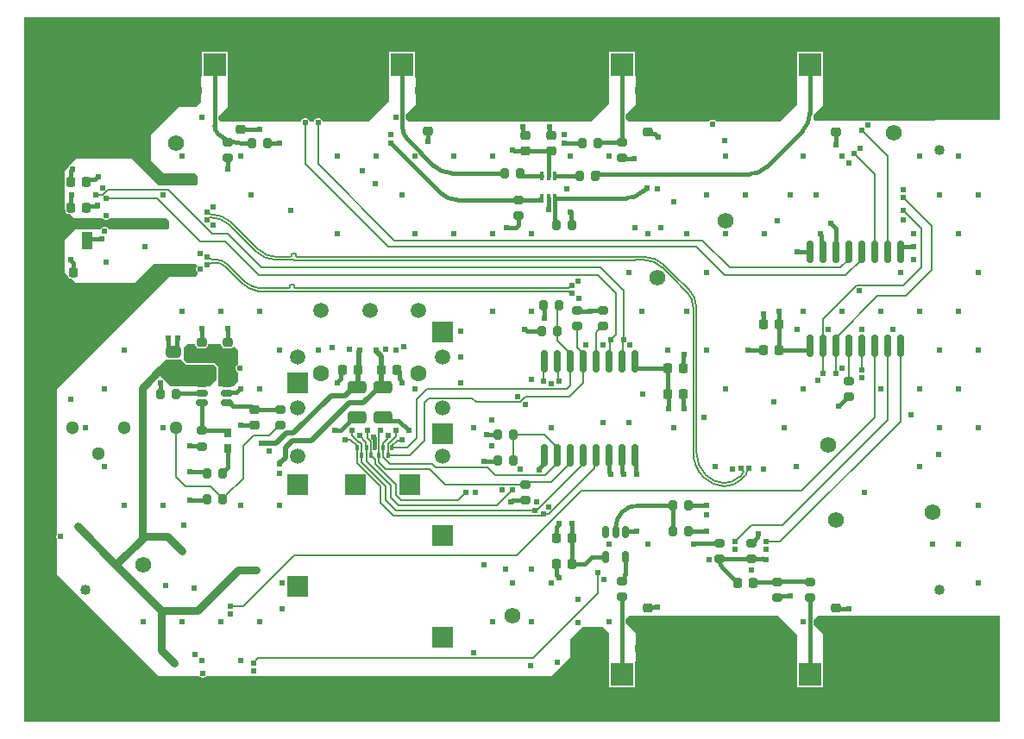
<source format=gbr>
G04*
G04 #@! TF.GenerationSoftware,Altium Limited,Altium Designer,24.8.2 (39)*
G04*
G04 Layer_Physical_Order=4*
G04 Layer_Color=16711680*
%FSLAX25Y25*%
%MOIN*%
G70*
G04*
G04 #@! TF.SameCoordinates,F580BFCB-8435-4B95-B66A-8E6D2DB6F108*
G04*
G04*
G04 #@! TF.FilePolarity,Positive*
G04*
G01*
G75*
%ADD13C,0.01500*%
%ADD17C,0.02000*%
G04:AMPARAMS|DCode=29|XSize=32.28mil|YSize=38.58mil|CornerRadius=8.23mil|HoleSize=0mil|Usage=FLASHONLY|Rotation=0.000|XOffset=0mil|YOffset=0mil|HoleType=Round|Shape=RoundedRectangle|*
%AMROUNDEDRECTD29*
21,1,0.03228,0.02212,0,0,0.0*
21,1,0.01582,0.03858,0,0,0.0*
1,1,0.01647,0.00791,-0.01106*
1,1,0.01647,-0.00791,-0.01106*
1,1,0.01647,-0.00791,0.01106*
1,1,0.01647,0.00791,0.01106*
%
%ADD29ROUNDEDRECTD29*%
G04:AMPARAMS|DCode=35|XSize=34.25mil|YSize=38.19mil|CornerRadius=8.73mil|HoleSize=0mil|Usage=FLASHONLY|Rotation=270.000|XOffset=0mil|YOffset=0mil|HoleType=Round|Shape=RoundedRectangle|*
%AMROUNDEDRECTD35*
21,1,0.03425,0.02072,0,0,270.0*
21,1,0.01678,0.03819,0,0,270.0*
1,1,0.01747,-0.01036,-0.00839*
1,1,0.01747,-0.01036,0.00839*
1,1,0.01747,0.01036,0.00839*
1,1,0.01747,0.01036,-0.00839*
%
%ADD35ROUNDEDRECTD35*%
G04:AMPARAMS|DCode=36|XSize=34.25mil|YSize=38.19mil|CornerRadius=8.73mil|HoleSize=0mil|Usage=FLASHONLY|Rotation=180.000|XOffset=0mil|YOffset=0mil|HoleType=Round|Shape=RoundedRectangle|*
%AMROUNDEDRECTD36*
21,1,0.03425,0.02072,0,0,180.0*
21,1,0.01678,0.03819,0,0,180.0*
1,1,0.01747,-0.00839,0.01036*
1,1,0.01747,0.00839,0.01036*
1,1,0.01747,0.00839,-0.01036*
1,1,0.01747,-0.00839,-0.01036*
%
%ADD36ROUNDEDRECTD36*%
G04:AMPARAMS|DCode=39|XSize=32.28mil|YSize=38.58mil|CornerRadius=8.23mil|HoleSize=0mil|Usage=FLASHONLY|Rotation=90.000|XOffset=0mil|YOffset=0mil|HoleType=Round|Shape=RoundedRectangle|*
%AMROUNDEDRECTD39*
21,1,0.03228,0.02212,0,0,90.0*
21,1,0.01582,0.03858,0,0,90.0*
1,1,0.01647,0.01106,0.00791*
1,1,0.01647,0.01106,-0.00791*
1,1,0.01647,-0.01106,-0.00791*
1,1,0.01647,-0.01106,0.00791*
%
%ADD39ROUNDEDRECTD39*%
%ADD69C,0.00673*%
%ADD70C,0.00673*%
%ADD71C,0.01533*%
%ADD72C,0.04000*%
%ADD73C,0.00600*%
%ADD74C,0.00800*%
%ADD75C,0.01544*%
%ADD76C,0.03000*%
%ADD78R,0.07874X0.07874*%
%ADD79C,0.05906*%
%ADD80O,0.09055X0.05906*%
%ADD81O,0.12992X0.05906*%
%ADD82C,0.06181*%
%ADD83C,0.23622*%
%ADD84C,0.05118*%
%ADD85C,0.06299*%
%ADD86C,0.10236*%
%ADD87R,0.09055X0.09055*%
%ADD88C,0.02400*%
G04:AMPARAMS|DCode=90|XSize=45.67mil|YSize=23.62mil|CornerRadius=5.91mil|HoleSize=0mil|Usage=FLASHONLY|Rotation=0.000|XOffset=0mil|YOffset=0mil|HoleType=Round|Shape=RoundedRectangle|*
%AMROUNDEDRECTD90*
21,1,0.04567,0.01181,0,0,0.0*
21,1,0.03386,0.02362,0,0,0.0*
1,1,0.01181,0.01693,-0.00591*
1,1,0.01181,-0.01693,-0.00591*
1,1,0.01181,-0.01693,0.00591*
1,1,0.01181,0.01693,0.00591*
%
%ADD90ROUNDEDRECTD90*%
G04:AMPARAMS|DCode=91|XSize=33.47mil|YSize=13.78mil|CornerRadius=3.45mil|HoleSize=0mil|Usage=FLASHONLY|Rotation=270.000|XOffset=0mil|YOffset=0mil|HoleType=Round|Shape=RoundedRectangle|*
%AMROUNDEDRECTD91*
21,1,0.03347,0.00689,0,0,270.0*
21,1,0.02657,0.01378,0,0,270.0*
1,1,0.00689,-0.00345,-0.01329*
1,1,0.00689,-0.00345,0.01329*
1,1,0.00689,0.00345,0.01329*
1,1,0.00689,0.00345,-0.01329*
%
%ADD91ROUNDEDRECTD91*%
G04:AMPARAMS|DCode=92|XSize=47.24mil|YSize=24.02mil|CornerRadius=5.88mil|HoleSize=0mil|Usage=FLASHONLY|Rotation=270.000|XOffset=0mil|YOffset=0mil|HoleType=Round|Shape=RoundedRectangle|*
%AMROUNDEDRECTD92*
21,1,0.04724,0.01225,0,0,270.0*
21,1,0.03548,0.02402,0,0,270.0*
1,1,0.01177,-0.00612,-0.01774*
1,1,0.01177,-0.00612,0.01774*
1,1,0.01177,0.00612,0.01774*
1,1,0.01177,0.00612,-0.01774*
%
%ADD92ROUNDEDRECTD92*%
G04:AMPARAMS|DCode=93|XSize=84.65mil|YSize=25.59mil|CornerRadius=6.27mil|HoleSize=0mil|Usage=FLASHONLY|Rotation=90.000|XOffset=0mil|YOffset=0mil|HoleType=Round|Shape=RoundedRectangle|*
%AMROUNDEDRECTD93*
21,1,0.08465,0.01305,0,0,90.0*
21,1,0.07211,0.02559,0,0,90.0*
1,1,0.01254,0.00653,0.03605*
1,1,0.01254,0.00653,-0.03605*
1,1,0.01254,-0.00653,-0.03605*
1,1,0.01254,-0.00653,0.03605*
%
%ADD93ROUNDEDRECTD93*%
G04:AMPARAMS|DCode=94|XSize=42.91mil|YSize=68.9mil|CornerRadius=9.87mil|HoleSize=0mil|Usage=FLASHONLY|Rotation=0.000|XOffset=0mil|YOffset=0mil|HoleType=Round|Shape=RoundedRectangle|*
%AMROUNDEDRECTD94*
21,1,0.04291,0.04916,0,0,0.0*
21,1,0.02317,0.06890,0,0,0.0*
1,1,0.01974,0.01159,-0.02458*
1,1,0.01974,-0.01159,-0.02458*
1,1,0.01974,-0.01159,0.02458*
1,1,0.01974,0.01159,0.02458*
%
%ADD94ROUNDEDRECTD94*%
G04:AMPARAMS|DCode=95|XSize=34.06mil|YSize=28.35mil|CornerRadius=7.09mil|HoleSize=0mil|Usage=FLASHONLY|Rotation=270.000|XOffset=0mil|YOffset=0mil|HoleType=Round|Shape=RoundedRectangle|*
%AMROUNDEDRECTD95*
21,1,0.03406,0.01417,0,0,270.0*
21,1,0.01988,0.02835,0,0,270.0*
1,1,0.01417,-0.00709,-0.00994*
1,1,0.01417,-0.00709,0.00994*
1,1,0.01417,0.00709,0.00994*
1,1,0.01417,0.00709,-0.00994*
%
%ADD95ROUNDEDRECTD95*%
%ADD96R,0.01181X0.01968*%
%ADD97R,0.00787X0.01102*%
G04:AMPARAMS|DCode=98|XSize=45.67mil|YSize=71.65mil|CornerRadius=9.82mil|HoleSize=0mil|Usage=FLASHONLY|Rotation=270.000|XOffset=0mil|YOffset=0mil|HoleType=Round|Shape=RoundedRectangle|*
%AMROUNDEDRECTD98*
21,1,0.04567,0.05202,0,0,270.0*
21,1,0.02603,0.07165,0,0,270.0*
1,1,0.01964,-0.02601,-0.01302*
1,1,0.01964,-0.02601,0.01302*
1,1,0.01964,0.02601,0.01302*
1,1,0.01964,0.02601,-0.01302*
%
%ADD98ROUNDEDRECTD98*%
G04:AMPARAMS|DCode=99|XSize=43.7mil|YSize=57.87mil|CornerRadius=9.83mil|HoleSize=0mil|Usage=FLASHONLY|Rotation=270.000|XOffset=0mil|YOffset=0mil|HoleType=Round|Shape=RoundedRectangle|*
%AMROUNDEDRECTD99*
21,1,0.04370,0.03821,0,0,270.0*
21,1,0.02404,0.05787,0,0,270.0*
1,1,0.01967,-0.01910,-0.01202*
1,1,0.01967,-0.01910,0.01202*
1,1,0.01967,0.01910,0.01202*
1,1,0.01967,0.01910,-0.01202*
%
%ADD99ROUNDEDRECTD99*%
G36*
X473471Y448975D02*
X422858Y448692D01*
X422838Y448700D01*
X422162D01*
X422133Y448688D01*
X402266Y448577D01*
X401394Y449449D01*
Y450894D01*
X405000Y454500D01*
Y455382D01*
X405000Y465366D01*
X405028D01*
Y475421D01*
X394972D01*
Y465366D01*
X395000D01*
Y455000D01*
X388500Y448500D01*
X363904D01*
X363463Y448941D01*
X362838Y449200D01*
X362162D01*
X361537Y448941D01*
X361096Y448500D01*
X330000D01*
X328894Y449606D01*
X328894Y450894D01*
X332644Y454644D01*
Y466014D01*
X332528Y466131D01*
Y475421D01*
X322472D01*
Y465366D01*
X322382Y465276D01*
Y455382D01*
X315500Y448500D01*
X245000Y448500D01*
X243894Y449606D01*
X243894Y450894D01*
X247608Y454608D01*
Y465392D01*
X247528Y465472D01*
Y475421D01*
X237472D01*
Y465366D01*
X237500D01*
Y456500D01*
X229500Y448500D01*
X211633D01*
X211441Y448963D01*
X210963Y449441D01*
X210338Y449700D01*
X209662D01*
X209037Y449441D01*
X208559Y448963D01*
X208367Y448500D01*
X206633D01*
X206441Y448963D01*
X205963Y449441D01*
X205338Y449700D01*
X204662D01*
X204037Y449441D01*
X203559Y448963D01*
X203367Y448500D01*
X172320D01*
X171394Y449426D01*
Y450394D01*
X175054Y454054D01*
Y465340D01*
X175028Y465366D01*
Y475421D01*
X164972D01*
Y465929D01*
X164910Y465866D01*
Y455910D01*
X163000Y454000D01*
X156000D01*
X145500Y443500D01*
Y433500D01*
X150500Y428500D01*
X162500D01*
X163500Y427500D01*
X163500Y424500D01*
X162628Y423628D01*
X148372D01*
X138000Y434000D01*
X116500D01*
X113888Y431388D01*
X113723Y431277D01*
X113612Y431112D01*
X112000Y429500D01*
Y414799D01*
X112308Y414491D01*
Y413964D01*
X112414Y413428D01*
X112718Y412974D01*
X113172Y412670D01*
X113708Y412564D01*
X114235D01*
X115799Y411000D01*
X126596D01*
X127037Y410559D01*
X127662Y410300D01*
X128338D01*
X128963Y410559D01*
X129404Y411000D01*
X151539D01*
X152539Y410000D01*
Y407425D01*
X151783Y406668D01*
X129063D01*
X128941Y406963D01*
X128463Y407441D01*
X127838Y407700D01*
X127162D01*
X126537Y407441D01*
X126059Y406963D01*
X125937Y406668D01*
X116168D01*
X112000Y402500D01*
X112000Y390177D01*
X113213Y388964D01*
X113320Y388428D01*
X113623Y387974D01*
X114078Y387670D01*
X114614Y387564D01*
X116177Y386000D01*
X139000D01*
X146500Y393500D01*
X162500D01*
X163298Y392702D01*
X163059Y392463D01*
X162800Y391838D01*
Y391162D01*
X163059Y390537D01*
X163298Y390298D01*
Y389702D01*
X163500Y389500D01*
X162500Y388500D01*
X152500D01*
X109000Y345000D01*
Y288821D01*
X108800Y288338D01*
Y287662D01*
X109000Y287179D01*
Y273500D01*
X148500Y234000D01*
X164096D01*
X164537Y233559D01*
X165162Y233300D01*
X165838D01*
X166463Y233559D01*
X166904Y234000D01*
X300000D01*
X307500Y241500D01*
Y248500D01*
X312000Y253000D01*
X320040D01*
X322382Y250658D01*
X322382Y240296D01*
X322382Y240157D01*
X322472Y239834D01*
X322472Y239834D01*
Y229779D01*
X332528D01*
Y239834D01*
X332644Y239951D01*
X332644Y250855D01*
X328894Y254606D01*
X328894Y255894D01*
X330500Y257500D01*
X387500D01*
X395000Y250000D01*
Y240522D01*
X395000Y240322D01*
X394972Y239834D01*
X394972Y239834D01*
X394972D01*
X394972Y239356D01*
Y229779D01*
X405028D01*
Y239834D01*
X405000D01*
Y250500D01*
X401394Y254106D01*
Y255751D01*
X403142Y257500D01*
X473471D01*
Y216529D01*
X96529D01*
Y488671D01*
X473471Y488671D01*
Y448975D01*
D02*
G37*
G36*
X162564Y362500D02*
Y362114D01*
X162670Y361578D01*
X162974Y361123D01*
X163428Y360820D01*
X163964Y360713D01*
X166036D01*
X166572Y360820D01*
X167026Y361123D01*
X167330Y361578D01*
X167436Y362114D01*
Y362500D01*
X169888Y362500D01*
X172564D01*
Y362114D01*
X172670Y361578D01*
X172974Y361123D01*
X173428Y360820D01*
X173964Y360713D01*
X176036D01*
X176572Y360820D01*
X177026Y361123D01*
X177084Y361209D01*
X177727Y361273D01*
X179000Y360000D01*
Y354529D01*
X178787Y354441D01*
X178309Y353963D01*
X178050Y353338D01*
Y352662D01*
X178309Y352037D01*
X178787Y351559D01*
X179000Y351471D01*
Y348000D01*
X177000Y346000D01*
X171854Y346000D01*
X171500Y346353D01*
Y353500D01*
X170000Y355000D01*
X159500D01*
X158000Y356500D01*
X158000Y361000D01*
X159500Y362500D01*
X162564Y362500D01*
D02*
G37*
G36*
X157293Y356207D02*
X157459Y355959D01*
X158959Y354459D01*
X159207Y354293D01*
X159500Y354235D01*
X169683D01*
X170735Y353183D01*
Y348735D01*
X168000Y346000D01*
X168000Y346000D01*
X167988Y345988D01*
X167960Y345969D01*
X167928Y345956D01*
X167895Y345950D01*
X167878Y345950D01*
X153050D01*
X148327Y350673D01*
X148327Y353827D01*
X151000Y356500D01*
X157235D01*
X157293Y356207D01*
D02*
G37*
D13*
X411197Y338500D02*
X414645Y341949D01*
X411000Y338500D02*
X411197D01*
X414645Y341949D02*
X415000D01*
X183953Y338390D02*
X185390Y336953D01*
X177205Y338390D02*
X183953D01*
X332828Y312172D02*
X333000Y312000D01*
X332500Y319370D02*
X332828Y319042D01*
Y312172D02*
Y319042D01*
X355000Y285551D02*
X365000D01*
X299000Y414500D02*
Y418669D01*
X124725Y415725D02*
X124897Y415897D01*
X121281Y415828D02*
X121384Y415725D01*
X124725D01*
X297500Y372500D02*
Y376949D01*
X296949Y377500D02*
X297500Y376949D01*
X160450Y313100D02*
X160622Y312928D01*
X166521D01*
X166949Y312500D01*
X160450Y302172D02*
X166828D01*
X167000Y302000D01*
X185440Y337002D02*
X195341D01*
X185390Y336953D02*
X185440Y337002D01*
X309645Y375551D02*
X310000D01*
X310379Y375172D01*
X314828D02*
X315000Y375000D01*
X310379Y375172D02*
X314828D01*
X382024Y370024D02*
X382047Y370000D01*
X382000Y374000D02*
X382024Y373976D01*
Y370024D02*
Y373976D01*
X315795Y375551D02*
X320000D01*
X299000Y437047D02*
X300000D01*
X290000D02*
X299000D01*
X285696D02*
X290000D01*
X284743Y301500D02*
X285192Y301949D01*
X284500Y301500D02*
X284743D01*
X285192Y301949D02*
X290000D01*
X299000Y427331D02*
Y437047D01*
X315665Y280157D02*
X321260D01*
X307953Y277500D02*
X313008D01*
X315665Y280157D01*
X285244Y437500D02*
X285696Y437047D01*
X285000Y437500D02*
X285244D01*
X307672Y409379D02*
Y413328D01*
Y409379D02*
X308551Y408500D01*
X307500Y413500D02*
X307672Y413328D01*
X275000Y327500D02*
X279449D01*
X404470Y398659D02*
Y404286D01*
Y398659D02*
X405000Y398130D01*
X404000Y404756D02*
X404470Y404286D01*
X404000Y404756D02*
Y405000D01*
X155051Y343390D02*
X165157D01*
X165079Y329020D02*
Y339571D01*
X123840Y426083D02*
X124757Y427000D01*
X125000D01*
X121406Y426083D02*
X123840D01*
X120453Y425000D02*
Y425130D01*
X121406Y426083D01*
X120453Y415000D02*
X121281Y415828D01*
X231850Y322500D02*
Y325906D01*
X231500Y326256D02*
Y326500D01*
Y326256D02*
X231850Y325906D01*
X376000Y360000D02*
X382047D01*
X332500Y353530D02*
Y355630D01*
X333030Y353000D02*
X345047D01*
X332500Y353530D02*
X333030Y353000D01*
X435000Y399470D02*
X435530Y400000D01*
X435000Y398130D02*
Y399470D01*
X435530Y400000D02*
X440000D01*
X345328Y337672D02*
Y342719D01*
Y337672D02*
X345500Y337500D01*
X345047Y343000D02*
X345328Y342719D01*
X345047Y343000D02*
Y353000D01*
X307976Y287524D02*
Y292976D01*
X307953Y287500D02*
X307976Y287524D01*
Y292976D02*
X308000Y293000D01*
X307953Y277500D02*
Y287500D01*
X387976Y370024D02*
Y374976D01*
X388000Y375000D01*
X387953Y370000D02*
X387976Y370024D01*
X387953Y360000D02*
Y370000D01*
X399470Y360000D02*
X400000Y360529D01*
Y361870D01*
X387953Y360000D02*
X399470D01*
X160450Y323000D02*
X160530Y322920D01*
X164920D01*
X173051Y312855D02*
X175000Y314803D01*
Y321980D01*
X173051Y312500D02*
Y312855D01*
X164920Y322920D02*
X165000Y322839D01*
X174333Y328942D02*
X175000Y328274D01*
X165000Y328942D02*
X174333D01*
X175000Y328020D02*
Y328274D01*
X165079Y339571D02*
X165157Y339650D01*
X165000Y328942D02*
X165079Y329020D01*
X195341Y337002D02*
X195390Y337051D01*
X175945Y339650D02*
X177205Y338390D01*
X174843Y339650D02*
X175945D01*
D17*
X188000Y324000D02*
X193918D01*
X197918Y328000D01*
X197293Y322293D02*
X200000Y325000D01*
X207500D01*
X197293Y318537D02*
Y322293D01*
X197918Y328000D02*
X200500D01*
X215000Y342500D01*
X220394D02*
X223701Y345807D01*
X215000Y342500D02*
X220394D01*
X207500Y325000D02*
X222208Y339708D01*
X227602D01*
X223701Y345807D02*
X225000D01*
X225453Y346260D01*
X195000Y316244D02*
X197293Y318537D01*
X195000Y316000D02*
Y316244D01*
X227602Y339708D02*
X233701Y345807D01*
X235000D01*
X232500Y359756D02*
X234547Y357709D01*
Y352500D02*
Y357709D01*
X232500Y359756D02*
Y360000D01*
X225828Y352875D02*
Y359828D01*
X225453Y352500D02*
X225828Y352875D01*
Y359828D02*
X226000Y360000D01*
X234547Y346260D02*
X235000Y345807D01*
X234547Y346260D02*
Y352500D01*
X225453Y346260D02*
Y352500D01*
D29*
X166949Y302500D02*
D03*
X173051D02*
D03*
X166949Y312500D02*
D03*
X173051D02*
D03*
X311949Y440000D02*
D03*
X318051D02*
D03*
X310949Y427500D02*
D03*
X317051D02*
D03*
X288051Y428500D02*
D03*
X281949D02*
D03*
X190551Y440000D02*
D03*
X184449D02*
D03*
X353051Y300000D02*
D03*
X346949D02*
D03*
X285551Y327500D02*
D03*
X279449D02*
D03*
X303051Y377500D02*
D03*
X296949D02*
D03*
X279449Y317500D02*
D03*
X285551D02*
D03*
X302500Y367500D02*
D03*
X296398D02*
D03*
X301949Y408500D02*
D03*
X308051D02*
D03*
X346949Y290000D02*
D03*
X353051D02*
D03*
X148949Y343000D02*
D03*
X155051D02*
D03*
D35*
X337500Y254547D02*
D03*
Y260453D02*
D03*
X185390Y336953D02*
D03*
Y331047D02*
D03*
X165000Y362953D02*
D03*
Y357047D02*
D03*
X175000Y362953D02*
D03*
Y357047D02*
D03*
X290000Y437047D02*
D03*
Y442953D02*
D03*
X300000Y437047D02*
D03*
Y442953D02*
D03*
X337500Y450453D02*
D03*
Y444547D02*
D03*
X410000Y450453D02*
D03*
Y444547D02*
D03*
X252500Y450693D02*
D03*
Y444787D02*
D03*
X180000Y451453D02*
D03*
Y445547D02*
D03*
X410000Y254547D02*
D03*
Y260453D02*
D03*
D36*
X120453Y415000D02*
D03*
X114547D02*
D03*
X120453Y425000D02*
D03*
X114547D02*
D03*
X115453Y390000D02*
D03*
X109547D02*
D03*
X377953Y270000D02*
D03*
X372047D02*
D03*
X302047Y287500D02*
D03*
X307953D02*
D03*
X302047Y277500D02*
D03*
X307953D02*
D03*
X387953Y360000D02*
D03*
X382047D02*
D03*
X387953Y370000D02*
D03*
X382047D02*
D03*
X240453Y352500D02*
D03*
X234547D02*
D03*
X219547D02*
D03*
X225453D02*
D03*
X345047Y353000D02*
D03*
X350953D02*
D03*
Y343000D02*
D03*
X345047D02*
D03*
D39*
X165000Y322839D02*
D03*
Y328942D02*
D03*
X195390Y337051D02*
D03*
Y330949D02*
D03*
X327500Y434449D02*
D03*
Y440551D02*
D03*
X175000Y434449D02*
D03*
Y440551D02*
D03*
X365000Y285551D02*
D03*
Y279449D02*
D03*
X377500D02*
D03*
Y285551D02*
D03*
X387500Y270551D02*
D03*
Y264449D02*
D03*
X327500Y264778D02*
D03*
Y270880D02*
D03*
X290000Y308051D02*
D03*
Y301949D02*
D03*
X310000Y369449D02*
D03*
Y375551D02*
D03*
X287500Y411949D02*
D03*
Y418051D02*
D03*
X320000Y369449D02*
D03*
Y375551D02*
D03*
X400000Y270551D02*
D03*
Y264449D02*
D03*
X415000Y341949D02*
D03*
Y348051D02*
D03*
D69*
X174179Y392321D02*
G03*
X170500Y393845I-3679J-3679D01*
G01*
X180612Y385888D02*
G03*
X186775Y382861I8070J8642D01*
G01*
X169039Y393845D02*
G03*
X167000Y393000I0J-2884D01*
G01*
X355000Y376465D02*
G03*
X352500Y382500I-8535J0D01*
G01*
X376156Y313790D02*
G03*
X376450Y314500I-710J710D01*
G01*
X375991Y313624D02*
G03*
X375605Y312694I930J-930D01*
G01*
X375220Y311764D02*
G03*
X375605Y312694I-930J930D01*
G01*
X358922Y310931D02*
G03*
X366731Y307451I8401J8350D01*
G01*
X366744Y307450D02*
G03*
X367338Y307436I579J11831D01*
G01*
X366731Y307451D02*
G03*
X366744Y307450I593J11830D01*
G01*
X168373Y411347D02*
G03*
X168375Y411347I0J1211D01*
G01*
X168373D02*
G03*
X167745Y410925I0J-679D01*
G01*
X167116Y410502D02*
G03*
X167745Y410925I-0J679D01*
G01*
X343036Y391986D02*
G03*
X335965Y394915I-7071J-7071D01*
G01*
X175503Y408684D02*
G03*
X168523Y411347I-6987J-7832D01*
G01*
X175528Y408660D02*
X175528Y408661D01*
X186040Y398170D02*
G03*
X193937Y394899I7897J7897D01*
G01*
X182224Y386118D02*
G03*
X187013Y384039I6527J8483D01*
G01*
X167000Y395900D02*
G03*
X169039Y395055I2039J2039D01*
G01*
X175035Y393177D02*
G03*
X170500Y395055I-4535J-4535D01*
G01*
X356210Y376485D02*
G03*
X353370Y383342I-9697J0D01*
G01*
X343860Y392830D02*
G03*
X335979Y396094I-7880J-7880D01*
G01*
X374187Y312443D02*
G03*
X374395Y312945I-503J502D01*
G01*
D02*
G03*
X374187Y313446I-710J0D01*
G01*
X374187Y312442D02*
G03*
X374187Y312443I-502J502D01*
G01*
Y313446D02*
G03*
X374187Y313447I-503J-502D01*
G01*
X373844Y313790D02*
G03*
X373844Y313789I711J710D01*
G01*
X373550Y314500D02*
G03*
X373844Y313790I1005J0D01*
G01*
X366791Y308660D02*
G03*
X372959Y311215I0J8724D01*
G01*
X359780Y311786D02*
G03*
X359775Y311790I-429J-427D01*
G01*
X359780Y311786D02*
G03*
X366791Y308660I7544J7495D01*
G01*
X167499Y413184D02*
G03*
X167004Y413402I-499J-460D01*
G01*
D02*
G03*
X167000Y413403I-4J-679D01*
G01*
X167874Y412777D02*
G03*
X168373Y412558I499J460D01*
G01*
X176381Y409519D02*
G03*
X176309Y409587I-1330J-1342D01*
G01*
X176309D02*
G03*
X168524Y412558I-7793J-8735D01*
G01*
X176382Y409518D02*
G03*
X176381Y409519I-1331J-1341D01*
G01*
X186870Y399007D02*
G03*
X193941Y396078I7071J7071D01*
G01*
X355000Y320424D02*
G03*
X358922Y310931I13449J1D01*
G01*
X356210Y320424D02*
G03*
X359775Y311790I12239J1D01*
G01*
X181161Y387051D02*
G03*
X182224Y386118I7734J7734D01*
G01*
X175528Y408661D02*
G03*
X175503Y408684I-477J-483D01*
G01*
X367338Y307448D02*
G03*
X373429Y309973I0J8609D01*
G01*
X180612Y385888D02*
Y385888D01*
X307606Y382000D02*
X308000D01*
X180612Y385888D02*
X180612Y385888D01*
X174179Y392321D02*
X180612Y385888D01*
X180612Y385888D01*
X186775Y382861D02*
X186775D01*
X169039Y393845D02*
X170500D01*
X355000Y320440D02*
Y376465D01*
X375991Y313624D02*
X376156Y313790D01*
X373429Y309973D02*
X375220Y311764D01*
X168375Y411347D02*
X168523D01*
X167116Y410502D02*
X167398D01*
X167000D02*
X167116D01*
X332532Y394915D02*
X335965D01*
X343036Y391986D02*
X346326Y388696D01*
X193937Y394899D02*
X200917D01*
X175528Y408660D02*
X175528D01*
X175550D01*
X187013Y384039D02*
X187013D01*
X187255D01*
X169039Y395055D02*
X170500D01*
X175035Y393177D02*
X181161Y387051D01*
X347171Y389541D02*
X353370Y383342D01*
X356210Y320440D02*
Y376485D01*
X343860Y392830D02*
X347149Y389541D01*
X373844Y313790D02*
X374187Y313446D01*
X372959Y311215D02*
X374187Y312443D01*
X167004Y413402D02*
X167398D01*
X167000D02*
X167004D01*
X167499Y413184D02*
X167874Y412777D01*
X206579Y396094D02*
X335979D01*
X168373Y412558D02*
X168524D01*
X177194Y408683D02*
X186870Y399007D01*
X193941Y396078D02*
X198933D01*
X176381Y409519D02*
X177194Y408705D01*
X206579Y396094D02*
X206579Y396094D01*
X201731Y396094D02*
X206579D01*
X201337Y396488D02*
X201731Y396094D01*
X201337Y396488D02*
Y397067D01*
X201002Y397402D02*
X201337Y397067D01*
X199998Y397402D02*
X201002D01*
X199664Y397067D02*
X199998Y397402D01*
X199664Y396473D02*
Y397067D01*
X199269Y396078D02*
X199664Y396473D01*
X198933Y396078D02*
X199269D01*
X201083Y384037D02*
X203962D01*
X200689Y384431D02*
X201083Y384037D01*
X200689Y384431D02*
Y385125D01*
X200354Y385460D02*
X200689Y385125D01*
X199350Y385460D02*
X200354D01*
X199016Y385125D02*
X199350Y385460D01*
X199016Y384431D02*
Y385125D01*
X198621Y384037D02*
X199016Y384431D01*
X198284Y384037D02*
X198621D01*
X203962D02*
X246945D01*
X187258D02*
X198284D01*
X246945Y384037D02*
X306742D01*
X202217Y394883D02*
X331350D01*
X331350Y394883D01*
X306742Y382863D02*
X307606Y382000D01*
X186775Y382861D02*
X186778Y382863D01*
X187255Y384039D02*
X187258Y384037D01*
X247431Y382863D02*
X306742D01*
X247431Y382863D02*
X247431Y382863D01*
X186778Y382863D02*
X247431D01*
X246945Y384037D02*
X246945Y384037D01*
X306742D02*
X307606Y384900D01*
X308000D01*
X346326Y388673D02*
X352500Y382500D01*
X346326Y388673D02*
Y388696D01*
X332500Y394883D02*
X332532Y394915D01*
X331350Y394883D02*
X332500D01*
X347149Y389541D02*
X347171D01*
X177194Y408683D02*
Y408705D01*
X200933Y394883D02*
X202217D01*
X200917Y394899D02*
X200933Y394883D01*
X175550Y408660D02*
X186040Y398170D01*
D70*
X366731Y307451D02*
D03*
X366744Y307450D02*
D03*
D71*
X383000Y279000D02*
G03*
X381916Y279449I-1084J-1084D01*
G01*
X365000D02*
G03*
X366698Y275349I5798J0D01*
G01*
X379283Y270551D02*
G03*
X377953Y270000I0J-1882D01*
G01*
X257020Y420980D02*
G03*
X264091Y418051I7071J7071D01*
G01*
X242500Y446617D02*
G03*
X244715Y441285I7554J12D01*
G01*
X254571Y431429D02*
G03*
X261642Y428500I7071J7071D01*
G01*
X171427Y443475D02*
G03*
X179945Y440000I8407J8431D01*
G01*
X328727Y418669D02*
G03*
X335798Y421598I0J10000D01*
G01*
X294949Y418051D02*
G03*
X296441Y418669I0J2110D01*
G01*
X376358Y428000D02*
G03*
X383429Y430929I0J10000D01*
G01*
X170000Y446914D02*
G03*
X171427Y443475I4858J-0D01*
G01*
X397071Y444571D02*
G03*
X400000Y451642I-7071J7071D01*
G01*
X327500Y297500D02*
G03*
X325000Y291464I6036J-6036D01*
G01*
X333536Y300000D02*
G03*
X327500Y297500I0J-8535D01*
G01*
Y270551D02*
G03*
X328740Y273545I-2994J2994D01*
G01*
X372047Y270000D02*
Y270139D01*
X366698Y275349D02*
X370970Y271077D01*
X376358Y428000D02*
X376358Y428000D01*
X371109Y271077D02*
X372047Y270139D01*
X365000Y279449D02*
X381916D01*
X387500Y270880D02*
X400000D01*
X379283Y270551D02*
X387500D01*
X370970Y271077D02*
X371109D01*
X353051Y300000D02*
X360000D01*
X327500Y234606D02*
Y264449D01*
X238000Y440000D02*
X257020Y420980D01*
X244715Y441285D02*
X254571Y431429D01*
X305000Y440000D02*
X311634D01*
X311949Y439685D01*
X327500Y440551D02*
Y470394D01*
X317500Y440551D02*
X327500D01*
X179945Y440000D02*
X184448D01*
X190551Y440000D02*
X195000D01*
X184448Y440000D02*
X184449Y440000D01*
X335798Y421598D02*
X337000Y422800D01*
X301559Y418669D02*
X328727D01*
X301559Y409390D02*
Y418669D01*
Y409390D02*
X302449Y408500D01*
X289000Y427331D02*
X296441D01*
X264091Y418051D02*
X294949D01*
X261642Y428500D02*
X281949D01*
X317587Y428000D02*
X376358D01*
X317051Y427500D02*
X318122Y428571D01*
X242500Y446617D02*
Y449399D01*
X242500Y449399D02*
Y470394D01*
X301636Y427408D02*
Y427500D01*
X242500Y449399D02*
X242500Y449399D01*
X170000Y448457D02*
Y470394D01*
X170000Y448457D02*
X170000Y448457D01*
X170000Y446914D02*
Y448457D01*
X383429Y430929D02*
X397071Y444571D01*
X333536Y300000D02*
X346949D01*
X328740Y273545D02*
Y280157D01*
X301559Y427331D02*
X301636Y427408D01*
Y427500D02*
X310949D01*
X400000Y451642D02*
Y470394D01*
X346949Y290000D02*
Y300000D01*
X325000Y289843D02*
Y291464D01*
X400000Y232106D02*
Y264778D01*
D72*
X120000Y267500D02*
D03*
X450000Y437500D02*
D03*
Y267500D02*
D03*
D73*
X251000Y325000D02*
Y339649D01*
X271000Y340000D02*
X288000D01*
X252762Y341410D02*
X269590D01*
X251000Y339649D02*
X252762Y341410D01*
X288000Y340000D02*
X290000Y342000D01*
X269590Y341410D02*
X271000Y340000D01*
X290000Y342000D02*
X307000D01*
X312500Y347500D01*
X307500Y346500D02*
Y355630D01*
X248000Y341000D02*
X252000Y345000D01*
X306000D01*
X307500Y346500D01*
X275322Y314720D02*
X278455Y311586D01*
X297669D01*
X302500Y316417D01*
X323000Y364000D02*
X325000Y366000D01*
X322750Y355880D02*
Y363750D01*
X323000Y364000D01*
X317500Y355630D02*
Y366949D01*
X320000Y369449D01*
X264000Y302000D02*
X267000Y305000D01*
X258949Y308051D02*
X289051D01*
X242000Y302000D02*
X264000D01*
X254000Y316000D02*
X255280Y314720D01*
X275322D01*
X302500Y316417D02*
Y322323D01*
X235033Y322500D02*
Y324033D01*
X253000Y314000D02*
X258949Y308051D01*
X235033Y318580D02*
Y322500D01*
X289051Y308051D02*
X290000Y309000D01*
X279000Y300000D02*
X285000Y306000D01*
X164500Y402000D02*
X174000D01*
X147751Y418749D02*
X164500Y402000D01*
X128175Y418749D02*
X147751D01*
X169000Y405000D02*
X175000D01*
X152000Y422000D02*
X169000Y405000D01*
X128768Y422000D02*
X152000D01*
X127557Y420789D02*
X128768Y422000D01*
X297223Y296620D02*
X299120D01*
X316761Y314261D01*
Y318631D01*
X294500Y298000D02*
X311761Y315261D01*
Y318631D02*
X312500Y319370D01*
X311761Y315261D02*
Y318631D01*
X316761D02*
X317500Y319370D01*
X127381Y420789D02*
X127557D01*
X126630Y420039D02*
X127381Y420789D01*
X124039Y420039D02*
X126630D01*
X124000Y420000D02*
X124039Y420039D01*
X220549Y325451D02*
X222600D01*
X220500Y325500D02*
X220549Y325451D01*
X297223Y296000D02*
Y296620D01*
X241000Y300000D02*
X279000D01*
X188000Y392000D02*
X319000D01*
X175000Y405000D02*
X188000Y392000D01*
X319000D02*
X328000Y383000D01*
X187000Y389000D02*
X318000D01*
X325000Y382000D01*
X174000Y402000D02*
X187000Y389000D01*
X302500Y376949D02*
X303051Y377500D01*
X225157Y316289D02*
X234000Y307446D01*
X225157Y316289D02*
Y322500D01*
X226732Y316712D02*
Y319350D01*
Y323773D01*
Y316712D02*
X236000Y307444D01*
Y302000D02*
Y307444D01*
X225157Y322500D02*
Y322894D01*
X234000Y301000D02*
X239000Y296000D01*
X234000Y301000D02*
Y307446D01*
X239000Y296000D02*
X297500D01*
X236000Y302000D02*
X240000Y298000D01*
X294500D01*
X238000Y303000D02*
Y307850D01*
Y303000D02*
X241000Y300000D01*
X228701Y317150D02*
X238000Y307850D01*
X240000Y304000D02*
X242000Y302000D01*
X240000Y304000D02*
Y308000D01*
X232000Y316000D02*
X240000Y308000D01*
X325000Y366000D02*
Y382000D01*
X328000Y364000D02*
Y383000D01*
X327750Y355880D02*
Y363750D01*
X328000Y364000D01*
X327500Y355630D02*
X327750Y355880D01*
X322500Y355630D02*
X322750Y355880D01*
X307500Y355630D02*
Y358583D01*
X312500Y347500D02*
Y355630D01*
Y358583D01*
X290000Y309000D02*
X300083D01*
X310000Y361083D02*
X312500Y358583D01*
X310000Y361083D02*
Y369449D01*
X302500Y363583D02*
X307500Y358583D01*
X302500Y363583D02*
Y367500D01*
Y376949D01*
X233425Y316575D02*
X236000Y314000D01*
X232000Y316000D02*
Y317626D01*
X228701Y317150D02*
Y322500D01*
X233425Y316575D02*
Y319350D01*
X230276D02*
Y324724D01*
Y319350D02*
X232000Y317626D01*
X236000Y314000D02*
X253000D01*
X235033Y318580D02*
X237613Y316000D01*
X254000D01*
X244500Y322500D02*
X248000Y326000D01*
Y341000D01*
X236968Y323631D02*
X240000Y326663D01*
X238543Y322500D02*
X244500D01*
X238543Y322894D02*
X240805Y325156D01*
X245350Y319350D02*
X251000Y325000D01*
X236968Y319350D02*
Y323631D01*
Y319350D02*
X245350D01*
X233500Y319425D02*
Y328013D01*
X233425Y319350D02*
X233500Y319425D01*
X297323Y327500D02*
X302500Y322323D01*
X285551Y327500D02*
X297323D01*
X285551Y317500D02*
Y327500D01*
X240000Y326663D02*
Y329000D01*
X240805Y325156D02*
X242156D01*
X242500Y325500D01*
X238543Y322500D02*
Y322894D01*
X222600Y325451D02*
X225157Y322894D01*
X236656Y326656D02*
X237000Y327000D01*
X235033Y324033D02*
X236656Y325656D01*
Y326656D01*
X234000Y328513D02*
Y329000D01*
X233500Y328013D02*
X234000Y328513D01*
X223130Y326900D02*
X225646Y324384D01*
X223130Y326900D02*
Y328870D01*
X223000Y329000D02*
X223130Y328870D01*
X229000Y326000D02*
Y329000D01*
Y326000D02*
X230276Y324724D01*
X226000Y327000D02*
X228510Y324490D01*
Y322691D02*
Y324490D01*
Y322691D02*
X228701Y322500D01*
X226121Y324384D02*
X226732Y323773D01*
X225646Y324384D02*
X226121D01*
X300083Y309000D02*
X307500Y316417D01*
Y319370D01*
D74*
X297000Y348000D02*
Y355130D01*
X297500Y355630D01*
X302750Y348250D02*
X303000Y348000D01*
X302750Y348250D02*
Y355380D01*
X410000Y351000D02*
Y361870D01*
Y364823D01*
X405000Y351000D02*
Y361870D01*
X383000Y286000D02*
X388500D01*
X435000Y332500D01*
X389500Y292500D02*
X430000Y333000D01*
X371000Y286000D02*
X377500Y292500D01*
X389500D01*
X425000Y334000D02*
Y363118D01*
X311748Y305748D02*
X396748D01*
X425000Y334000D01*
X430000Y333000D02*
Y361870D01*
X435000Y332500D02*
Y361870D01*
X302500Y355630D02*
X302750Y355380D01*
X293130Y241100D02*
X318000Y265970D01*
Y274000D01*
X271070Y241100D02*
X293130D01*
X210000Y432000D02*
Y448000D01*
X239500Y402500D02*
X358500D01*
X210000Y432000D02*
X239500Y402500D01*
X205000Y432000D02*
Y448000D01*
Y432000D02*
X237000Y400000D01*
X356000D01*
X186900Y240900D02*
X270870D01*
X271070Y241100D01*
X185000Y239000D02*
X186900Y240900D01*
X200697Y280697D02*
X286697D01*
X181000Y261000D02*
X200697Y280697D01*
X176000Y261000D02*
X181000D01*
X173051Y302586D02*
Y302815D01*
Y302500D02*
Y302586D01*
X155000Y311000D02*
X158616Y307384D01*
X168482D01*
X173051Y302815D01*
Y302586D02*
X174494Y304029D01*
X174580D01*
X181000Y310449D01*
Y323000D01*
X155000Y311000D02*
Y330000D01*
X181000Y323000D02*
X185000Y327000D01*
X195076Y330949D02*
X195390D01*
X191127Y327000D02*
X195076Y330949D01*
X185000Y327000D02*
X191127D01*
X420000Y352500D02*
Y361870D01*
X286697Y280697D02*
X311748Y305748D01*
X405000Y361870D02*
Y372000D01*
X358500Y402500D02*
X369000Y392000D01*
X356000Y400000D02*
X367000Y389000D01*
X436000Y414000D02*
X443000Y407000D01*
X436000Y385000D02*
X443000Y392000D01*
Y407000D01*
X418000Y385000D02*
X436000D01*
X405000Y372000D02*
X418000Y385000D01*
X436000Y419000D02*
X447000Y408000D01*
Y391000D02*
Y408000D01*
X437000Y381000D02*
X447000Y391000D01*
X426177Y381000D02*
X437000D01*
X410000Y364823D02*
X426177Y381000D01*
X415000Y348051D02*
Y361870D01*
X367000Y389000D02*
X413823D01*
X369000Y392000D02*
X411823D01*
X413823Y389000D02*
X420000Y395177D01*
X415000D02*
Y398130D01*
X411823Y392000D02*
X415000Y395177D01*
X420000D02*
Y398130D01*
X425000D02*
Y428000D01*
X417000Y436000D02*
X425000Y428000D01*
X430000Y398130D02*
Y435000D01*
X420000Y445000D02*
X430000Y435000D01*
D75*
X295578Y313750D02*
Y314495D01*
X295414Y313586D02*
X295578Y313750D01*
Y314495D02*
X297500Y316417D01*
X328000Y312000D02*
Y312232D01*
X327500Y312732D02*
X328000Y312232D01*
X327500Y312732D02*
Y319370D01*
X337060Y260736D02*
X341012D01*
X377787Y285551D02*
X379836Y287600D01*
Y288836D02*
X380000Y289000D01*
X377500Y285551D02*
X377787D01*
X379836Y287600D02*
Y288836D01*
X353051Y290000D02*
X360000D01*
X410000Y260000D02*
X415000D01*
X410000Y439500D02*
Y444787D01*
X337642Y444547D02*
X338520Y443669D01*
X340099D02*
X341268Y442500D01*
X338520Y443669D02*
X340099D01*
X341268Y442500D02*
X341500D01*
X180000Y445500D02*
X187500D01*
X252500Y440740D02*
Y444787D01*
X299336Y444045D02*
Y446336D01*
X299197Y443905D02*
X299336Y444045D01*
Y446336D02*
X299500Y446500D01*
X289164Y443938D02*
X289197Y443905D01*
X289000Y446500D02*
X289164Y446336D01*
Y443938D02*
Y446336D01*
X121327Y403000D02*
X126500D01*
X120827Y402500D02*
X121327Y403000D01*
X148949Y343000D02*
X148955Y343006D01*
Y347430D02*
X148962Y347436D01*
X148955Y343006D02*
Y347430D01*
X114300Y394853D02*
Y395000D01*
X115453Y390000D02*
Y393700D01*
X114300Y394853D02*
X115453Y393700D01*
X289780Y368220D02*
X290012D01*
X290732Y367500D02*
X296398D01*
X290012Y368220D02*
X290732Y367500D01*
X328000Y434000D02*
X332000D01*
X175000Y430000D02*
Y434449D01*
X282800Y407500D02*
X286596D01*
X386370Y265000D02*
X392500D01*
X155511Y364636D02*
X155675Y364800D01*
X155511Y361041D02*
Y364636D01*
X152000Y364800D02*
X152164Y364636D01*
X155469Y361000D02*
X155511Y361041D01*
X152164Y361743D02*
Y364636D01*
Y361743D02*
X153561Y360347D01*
X154000D01*
X408000Y408968D02*
X410000Y406968D01*
Y398130D02*
Y406968D01*
X408000Y408968D02*
Y409200D01*
X287500Y408404D02*
Y411949D01*
X286596Y407500D02*
X287500Y408404D01*
X302047Y291815D02*
X303000Y292768D01*
X302047Y287500D02*
Y291815D01*
X303000Y292768D02*
Y293000D01*
X302024Y273208D02*
Y277476D01*
Y273208D02*
X303000Y272232D01*
Y272000D02*
Y272232D01*
X302024Y277476D02*
X302047Y277500D01*
X114800Y419768D02*
Y420000D01*
X114547Y419516D02*
X114800Y419768D01*
X114547Y415000D02*
Y419516D01*
X216664Y329164D02*
X218672D01*
X216500Y329000D02*
X216664Y329164D01*
X218672D02*
X223701Y334193D01*
X180024Y331024D02*
X185367D01*
X185390Y331047D01*
X180000Y331000D02*
X180024Y331024D01*
X217500Y347732D02*
X218669Y348901D01*
Y351622D02*
X219547Y352500D01*
X218669Y348901D02*
Y351622D01*
X217500Y347500D02*
Y347732D01*
X241331Y348901D02*
X242500Y347732D01*
X240453Y352500D02*
X241331Y351622D01*
Y348901D02*
Y351622D01*
X242500Y347500D02*
Y347732D01*
X223701Y334193D02*
X225000D01*
X236323Y332870D02*
X241130D01*
X235000Y334193D02*
X236323Y332870D01*
X241130D02*
X245000Y329000D01*
X175252Y343800D02*
X178568D01*
X174843Y343390D02*
X175252Y343800D01*
X178568D02*
X179768Y345000D01*
X180000D01*
X115000Y429768D02*
Y430000D01*
X114547Y425000D02*
Y429316D01*
X115000Y429768D01*
X395000Y398000D02*
X399870D01*
X400000Y398130D01*
X175000Y362953D02*
Y368500D01*
X165000Y362953D02*
Y368500D01*
X328819Y289921D02*
X332921D01*
X328740Y289843D02*
X328819Y289921D01*
X332921D02*
X333000Y290000D01*
X350953Y353000D02*
Y357721D01*
X351500Y358268D02*
Y358500D01*
X350953Y357721D02*
X351500Y358268D01*
X322500Y312732D02*
X323000Y312232D01*
X322500Y312732D02*
Y319370D01*
X323000Y312000D02*
Y312232D01*
X297500Y316417D02*
Y319370D01*
X274164Y317164D02*
X279113D01*
X279449Y317500D01*
X274000Y317000D02*
X274164Y317164D01*
X350953Y338279D02*
X351500Y337732D01*
X350953Y338279D02*
Y343000D01*
X351500Y337500D02*
Y337732D01*
D76*
X149500Y244000D02*
Y259500D01*
Y244000D02*
X154500Y239000D01*
X153990Y352643D02*
X154000Y352654D01*
X142000Y345500D02*
X149143Y352643D01*
X153990D01*
X142000Y287138D02*
Y345500D01*
X164803Y357047D02*
X165000D01*
X164953Y357000D02*
X165000Y357047D01*
X131931Y277069D02*
X143000Y288138D01*
X131931Y277069D02*
X149500Y259500D01*
X179000Y275000D02*
X186000D01*
X143000Y288138D02*
X151862D01*
X163500Y259500D02*
X179000Y275000D01*
X117000Y292000D02*
X131931Y277069D01*
X151862Y288138D02*
X157500Y282500D01*
X149500Y259500D02*
X163500D01*
X174921Y356968D02*
X175000Y357047D01*
D78*
X201949Y347500D02*
D03*
X258051Y367185D02*
D03*
Y327815D02*
D03*
X245571Y308130D02*
D03*
X224311D02*
D03*
X201949D02*
D03*
Y268760D02*
D03*
Y229390D02*
D03*
X235728D02*
D03*
X258051Y288445D02*
D03*
Y249075D02*
D03*
D79*
X201949Y357343D02*
D03*
Y337657D02*
D03*
X258051Y357343D02*
D03*
Y337657D02*
D03*
Y319153D02*
D03*
X201949D02*
D03*
X248917Y375453D02*
D03*
X230020D02*
D03*
X211122D02*
D03*
D80*
X109134Y438543D02*
D03*
Y381457D02*
D03*
D81*
X132598Y438543D02*
D03*
Y381457D02*
D03*
D82*
X142500Y277000D02*
D03*
X341000Y388000D02*
D03*
X367500Y410000D02*
D03*
X410000Y294500D02*
D03*
X407000Y323500D02*
D03*
X432500Y444000D02*
D03*
X285000Y257500D02*
D03*
X155000Y440000D02*
D03*
X447500Y297500D02*
D03*
D83*
X120000Y465200D02*
D03*
X450000D02*
D03*
Y240000D02*
D03*
X120000D02*
D03*
D84*
X155000Y330000D02*
D03*
X115000D02*
D03*
X125000Y320000D02*
D03*
X135000Y330000D02*
D03*
D85*
X248918Y351040D02*
D03*
X211122D02*
D03*
D86*
X337500Y244806D02*
D03*
Y224806D02*
D03*
X317500Y244806D02*
D03*
Y224806D02*
D03*
Y460394D02*
D03*
Y480394D02*
D03*
X337500Y460394D02*
D03*
Y480394D02*
D03*
X390000Y460394D02*
D03*
Y480394D02*
D03*
X410000Y460394D02*
D03*
Y480394D02*
D03*
X232500Y460394D02*
D03*
Y480394D02*
D03*
X252500Y460394D02*
D03*
Y480394D02*
D03*
X160000Y460394D02*
D03*
Y480394D02*
D03*
X180000Y460394D02*
D03*
Y480394D02*
D03*
X410000Y244806D02*
D03*
Y224806D02*
D03*
X390000Y244806D02*
D03*
Y224806D02*
D03*
D87*
X327500Y234806D02*
D03*
Y470394D02*
D03*
X400000D02*
D03*
X242500D02*
D03*
X170000D02*
D03*
X400000Y234806D02*
D03*
D88*
X287000Y342000D02*
D03*
X292500Y348569D02*
D03*
X310750Y379932D02*
D03*
X308000Y382000D02*
D03*
X394800Y315000D02*
D03*
X295414Y313586D02*
D03*
X297000Y348000D02*
D03*
X300000Y347000D02*
D03*
X320000Y362000D02*
D03*
X313500D02*
D03*
X323000Y364000D02*
D03*
X303000Y348000D02*
D03*
X421000Y305000D02*
D03*
X411000Y338500D02*
D03*
X410000Y351000D02*
D03*
X405000D02*
D03*
X310500Y263685D02*
D03*
X310315Y254800D02*
D03*
X292000Y238000D02*
D03*
X273970Y276970D02*
D03*
X270800Y305154D02*
D03*
X267000Y305000D02*
D03*
X333000Y312000D02*
D03*
X328000D02*
D03*
X281000Y306000D02*
D03*
X285000D02*
D03*
X361000Y279000D02*
D03*
X341036Y260760D02*
D03*
X360000Y255000D02*
D03*
X380000Y289000D02*
D03*
X383000Y286000D02*
D03*
Y283000D02*
D03*
Y279000D02*
D03*
X355000Y285000D02*
D03*
X360000Y290000D02*
D03*
Y296500D02*
D03*
Y300000D02*
D03*
X415000Y260000D02*
D03*
X410000Y439500D02*
D03*
X341500Y442500D02*
D03*
X187500Y445500D02*
D03*
X252500Y440740D02*
D03*
X465000Y465000D02*
D03*
Y255000D02*
D03*
Y225000D02*
D03*
X457500Y480000D02*
D03*
X450000Y255000D02*
D03*
Y225000D02*
D03*
X442500Y480000D02*
D03*
X435000Y465000D02*
D03*
Y255000D02*
D03*
Y225000D02*
D03*
X427500Y480000D02*
D03*
X420000Y465000D02*
D03*
X427500Y450000D02*
D03*
X420000Y255000D02*
D03*
X427500Y240000D02*
D03*
X420000Y225000D02*
D03*
X397500Y480000D02*
D03*
X382500D02*
D03*
X375000Y465000D02*
D03*
X382500Y450000D02*
D03*
X375000Y255000D02*
D03*
X382500Y240000D02*
D03*
X375000Y225000D02*
D03*
X367500Y480000D02*
D03*
X360000Y465000D02*
D03*
X367500Y450000D02*
D03*
Y240000D02*
D03*
X360000Y225000D02*
D03*
X352500Y480000D02*
D03*
X345000Y465000D02*
D03*
X352500Y450000D02*
D03*
X345000Y255000D02*
D03*
X352500Y240000D02*
D03*
X345000Y225000D02*
D03*
X330000D02*
D03*
X307500Y480000D02*
D03*
X300000Y465000D02*
D03*
X307500Y450000D02*
D03*
X300000Y225000D02*
D03*
X292500Y480000D02*
D03*
X285000Y465000D02*
D03*
X292500Y450000D02*
D03*
X285000Y225000D02*
D03*
X277500Y480000D02*
D03*
X270000Y465000D02*
D03*
X277500Y450000D02*
D03*
X262500Y480000D02*
D03*
Y450000D02*
D03*
X255000Y225000D02*
D03*
X225000Y465000D02*
D03*
Y225000D02*
D03*
X217500Y480000D02*
D03*
X210000Y465000D02*
D03*
X217500Y450000D02*
D03*
X210000Y225000D02*
D03*
X202500Y480000D02*
D03*
X195000Y465000D02*
D03*
Y225000D02*
D03*
X187500Y480000D02*
D03*
Y450000D02*
D03*
X180000Y225000D02*
D03*
X172500Y480000D02*
D03*
X150000Y465000D02*
D03*
Y225000D02*
D03*
X142500Y480000D02*
D03*
X135000Y465000D02*
D03*
X142500Y450000D02*
D03*
X135000Y225000D02*
D03*
X127500Y480000D02*
D03*
Y450000D02*
D03*
X120000Y255000D02*
D03*
Y225000D02*
D03*
X112500Y480000D02*
D03*
X105000Y465000D02*
D03*
X112500Y450000D02*
D03*
X105000Y405000D02*
D03*
Y375000D02*
D03*
X112500Y360000D02*
D03*
X105000Y345000D02*
D03*
Y315000D02*
D03*
Y285000D02*
D03*
Y255000D02*
D03*
Y225000D02*
D03*
X465000Y420000D02*
D03*
Y390000D02*
D03*
Y360000D02*
D03*
Y330000D02*
D03*
Y300000D02*
D03*
Y270000D02*
D03*
X457500Y435000D02*
D03*
X450000Y420000D02*
D03*
X457500Y405000D02*
D03*
Y375000D02*
D03*
X450000Y360000D02*
D03*
X457500Y345000D02*
D03*
Y285000D02*
D03*
X442500Y435000D02*
D03*
X435000Y390000D02*
D03*
X442500Y375000D02*
D03*
Y345000D02*
D03*
Y315000D02*
D03*
X427500Y375000D02*
D03*
Y345000D02*
D03*
X412500Y435000D02*
D03*
Y375000D02*
D03*
X397500Y435000D02*
D03*
Y375000D02*
D03*
Y345000D02*
D03*
X390000Y330000D02*
D03*
X397500Y255000D02*
D03*
X375000Y420000D02*
D03*
X382500Y405000D02*
D03*
X367500Y435000D02*
D03*
X360000Y420000D02*
D03*
X367500Y405000D02*
D03*
X360000Y390000D02*
D03*
Y360000D02*
D03*
X367500Y345000D02*
D03*
X352500Y405000D02*
D03*
Y375000D02*
D03*
X345000Y360000D02*
D03*
X337500Y405000D02*
D03*
X330000Y390000D02*
D03*
X337500Y285000D02*
D03*
X322500Y435000D02*
D03*
Y285000D02*
D03*
Y255000D02*
D03*
X307500Y435000D02*
D03*
X300000Y330000D02*
D03*
Y270000D02*
D03*
X292500Y405000D02*
D03*
Y375000D02*
D03*
X285000Y270000D02*
D03*
X292500Y255000D02*
D03*
X277500Y435000D02*
D03*
Y405000D02*
D03*
Y375000D02*
D03*
X270000Y330000D02*
D03*
X277500Y255000D02*
D03*
X262500Y435000D02*
D03*
Y405000D02*
D03*
X240000Y450000D02*
D03*
X247500Y435000D02*
D03*
Y405000D02*
D03*
X240000Y360000D02*
D03*
X247500Y345000D02*
D03*
X232500Y435000D02*
D03*
X217500D02*
D03*
Y405000D02*
D03*
X210000Y360000D02*
D03*
X195000D02*
D03*
Y300000D02*
D03*
X187500Y375000D02*
D03*
Y345000D02*
D03*
X180000Y300000D02*
D03*
X187500Y255000D02*
D03*
X180000Y240000D02*
D03*
X165000Y450000D02*
D03*
X172500Y375000D02*
D03*
Y255000D02*
D03*
X165000Y240000D02*
D03*
X157500Y435000D02*
D03*
X150000Y420000D02*
D03*
X157500Y375000D02*
D03*
X150000Y330000D02*
D03*
Y300000D02*
D03*
X157500Y255000D02*
D03*
X135000Y360000D02*
D03*
Y300000D02*
D03*
X142500Y255000D02*
D03*
X127500Y345000D02*
D03*
X120000Y330000D02*
D03*
X127500Y315000D02*
D03*
X114500Y341000D02*
D03*
X110500Y288000D02*
D03*
X165500Y235000D02*
D03*
X302500Y239500D02*
D03*
X299500Y446500D02*
D03*
X289000D02*
D03*
X362500Y447500D02*
D03*
X127500Y406000D02*
D03*
X126500Y403000D02*
D03*
X154500Y239000D02*
D03*
X148962Y347436D02*
D03*
X146102Y409000D02*
D03*
X150000D02*
D03*
X114300Y395000D02*
D03*
X289780Y368220D02*
D03*
X330500Y362000D02*
D03*
X370000Y314000D02*
D03*
X363500Y315000D02*
D03*
X420000Y349500D02*
D03*
X403000Y348500D02*
D03*
X412500Y353000D02*
D03*
X371000Y283000D02*
D03*
X299000Y299500D02*
D03*
X294500Y301500D02*
D03*
X320500Y271500D02*
D03*
X176000Y258000D02*
D03*
X185000Y236000D02*
D03*
X195000Y312500D02*
D03*
X191000Y321000D02*
D03*
X436000Y410500D02*
D03*
Y422000D02*
D03*
X419500Y438000D02*
D03*
X422500Y447000D02*
D03*
X341000Y422500D02*
D03*
X305000Y443500D02*
D03*
X238000D02*
D03*
Y440000D02*
D03*
X310574Y386779D02*
D03*
X164500Y397500D02*
D03*
Y391500D02*
D03*
X169500Y408500D02*
D03*
X169324Y415347D02*
D03*
X227030Y429300D02*
D03*
X232030Y424530D02*
D03*
X199500Y414000D02*
D03*
X242500Y420000D02*
D03*
X210000Y448000D02*
D03*
X160450Y357000D02*
D03*
X305000Y440000D02*
D03*
X332000Y434000D02*
D03*
X175000Y430000D02*
D03*
X180000Y435000D02*
D03*
X195000Y440000D02*
D03*
X282800Y407500D02*
D03*
X447500Y285000D02*
D03*
X270000Y243000D02*
D03*
X392500Y265000D02*
D03*
X318000Y274000D02*
D03*
X160450Y360000D02*
D03*
X155675Y364800D02*
D03*
X152000D02*
D03*
X277000Y323000D02*
D03*
X176000Y261000D02*
D03*
X196000Y270000D02*
D03*
X408000Y409200D02*
D03*
X299000Y414500D02*
D03*
X337000Y422800D02*
D03*
X367000Y441000D02*
D03*
X303000Y293000D02*
D03*
Y272000D02*
D03*
X126729Y422789D02*
D03*
X128175Y418749D02*
D03*
X124897Y415897D02*
D03*
X124000Y420000D02*
D03*
X114800D02*
D03*
X179750Y353000D02*
D03*
X160450Y313100D02*
D03*
Y302000D02*
D03*
X188000Y324000D02*
D03*
X216500Y329000D02*
D03*
X220500Y325500D02*
D03*
X180000Y331000D02*
D03*
X186000Y275000D02*
D03*
X196000Y260000D02*
D03*
X151000Y269000D02*
D03*
X157500Y282500D02*
D03*
X162000Y268000D02*
D03*
X217500Y347500D02*
D03*
X242500D02*
D03*
X180000Y345000D02*
D03*
X290000Y339000D02*
D03*
X335000Y375000D02*
D03*
X315000D02*
D03*
X407100Y368000D02*
D03*
X420000Y352500D02*
D03*
X265000Y367500D02*
D03*
Y357500D02*
D03*
Y347500D02*
D03*
X382000Y374000D02*
D03*
X450000Y330000D02*
D03*
X449737Y319737D02*
D03*
X297223Y296620D02*
D03*
X115000Y430000D02*
D03*
X359000Y334000D02*
D03*
X162500Y242500D02*
D03*
X158240Y292500D02*
D03*
X185000Y239000D02*
D03*
X117000Y292000D02*
D03*
X382000Y314000D02*
D03*
X330000Y332000D02*
D03*
X284500Y301500D02*
D03*
X432000Y368000D02*
D03*
X308000Y384900D02*
D03*
X160039Y391573D02*
D03*
X285000Y437500D02*
D03*
X306000Y422500D02*
D03*
X347500Y417500D02*
D03*
X307500Y413500D02*
D03*
X282500Y275500D02*
D03*
X292500D02*
D03*
X222000Y360500D02*
D03*
X226000Y360000D02*
D03*
X215500Y361000D02*
D03*
X236000Y360500D02*
D03*
X243000Y361500D02*
D03*
X245000Y329000D02*
D03*
X275000Y327500D02*
D03*
X150000Y391500D02*
D03*
X160039Y425573D02*
D03*
X150000Y425500D02*
D03*
X386000Y340000D02*
D03*
X404000Y405000D02*
D03*
X395000Y398000D02*
D03*
X335500Y343000D02*
D03*
X175000Y368500D02*
D03*
X165000D02*
D03*
X333000Y290000D02*
D03*
X377500Y275000D02*
D03*
X128000Y394000D02*
D03*
X143000Y400000D02*
D03*
X128000Y412000D02*
D03*
X125000Y427000D02*
D03*
X342500Y407500D02*
D03*
X332500D02*
D03*
X167000Y410502D02*
D03*
Y413402D02*
D03*
X293833Y298010D02*
D03*
X328000Y364000D02*
D03*
X376000Y360000D02*
D03*
X351500Y358500D02*
D03*
X440000Y400000D02*
D03*
Y405000D02*
D03*
X436000Y414000D02*
D03*
X419000Y382900D02*
D03*
X436000Y419000D02*
D03*
X420000Y368000D02*
D03*
X439000Y335000D02*
D03*
X184000Y420000D02*
D03*
X205000Y448000D02*
D03*
X415000Y432500D02*
D03*
X417000Y436000D02*
D03*
X420000Y445000D02*
D03*
X402500Y420000D02*
D03*
X320000Y332000D02*
D03*
X323000Y312000D02*
D03*
X288000Y314000D02*
D03*
X274000Y317000D02*
D03*
X277000Y333000D02*
D03*
X297500Y372500D02*
D03*
X351500Y337500D02*
D03*
X345500D02*
D03*
X347500Y330000D02*
D03*
X371000Y286000D02*
D03*
X308000Y293000D02*
D03*
X392500Y420000D02*
D03*
X387500Y410000D02*
D03*
X440000Y395000D02*
D03*
X388000Y375000D02*
D03*
X395000Y368000D02*
D03*
X160450Y323000D02*
D03*
X195000Y316000D02*
D03*
X232500Y360000D02*
D03*
X376450Y314500D02*
D03*
X373550D02*
D03*
X237000Y327000D02*
D03*
X234000Y329000D02*
D03*
X226000Y327000D02*
D03*
X223000Y329000D02*
D03*
X231500Y326500D02*
D03*
X240000Y329000D02*
D03*
X242500Y325500D02*
D03*
X229000Y329000D02*
D03*
X167000Y393000D02*
D03*
Y395900D02*
D03*
D90*
X174843Y347131D02*
D03*
Y343390D02*
D03*
Y339650D02*
D03*
X165157D02*
D03*
Y343390D02*
D03*
Y347131D02*
D03*
D91*
X301559Y418669D02*
D03*
X296441D02*
D03*
X299000D02*
D03*
X296441Y427331D02*
D03*
X299000D02*
D03*
X301559D02*
D03*
D92*
X321260Y280157D02*
D03*
X328740D02*
D03*
Y289843D02*
D03*
X325000D02*
D03*
X321260D02*
D03*
D93*
X332500Y355630D02*
D03*
X327500D02*
D03*
X322500D02*
D03*
X317500D02*
D03*
X312500D02*
D03*
X307500D02*
D03*
X302500D02*
D03*
X297500D02*
D03*
Y319370D02*
D03*
X302500D02*
D03*
X307500D02*
D03*
X312500D02*
D03*
X317500D02*
D03*
X322500D02*
D03*
X327500D02*
D03*
X332500D02*
D03*
X400000Y361870D02*
D03*
X405000D02*
D03*
X410000D02*
D03*
X415000D02*
D03*
X420000D02*
D03*
X425000D02*
D03*
X430000D02*
D03*
X435000D02*
D03*
Y398130D02*
D03*
X430000D02*
D03*
X425000D02*
D03*
X420000D02*
D03*
X415000D02*
D03*
X410000D02*
D03*
X405000D02*
D03*
X400000D02*
D03*
D94*
X120827Y402500D02*
D03*
X109173D02*
D03*
D95*
X175000Y321980D02*
D03*
Y328020D02*
D03*
D96*
X225157Y322500D02*
D03*
X228701D02*
D03*
X231850D02*
D03*
X235000D02*
D03*
X238543D02*
D03*
X236968Y319350D02*
D03*
X233425D02*
D03*
X230276D02*
D03*
X226732D02*
D03*
D97*
X329287Y255200D02*
D03*
X327713D02*
D03*
X329287Y450000D02*
D03*
X327713D02*
D03*
X400213D02*
D03*
X401787D02*
D03*
X242713D02*
D03*
X244287D02*
D03*
X170213D02*
D03*
X171787D02*
D03*
X401787Y255200D02*
D03*
X400213D02*
D03*
D98*
X225000Y334193D02*
D03*
Y345807D02*
D03*
X235000Y334193D02*
D03*
Y345807D02*
D03*
D99*
X154000Y352654D02*
D03*
Y359347D02*
D03*
M02*

</source>
